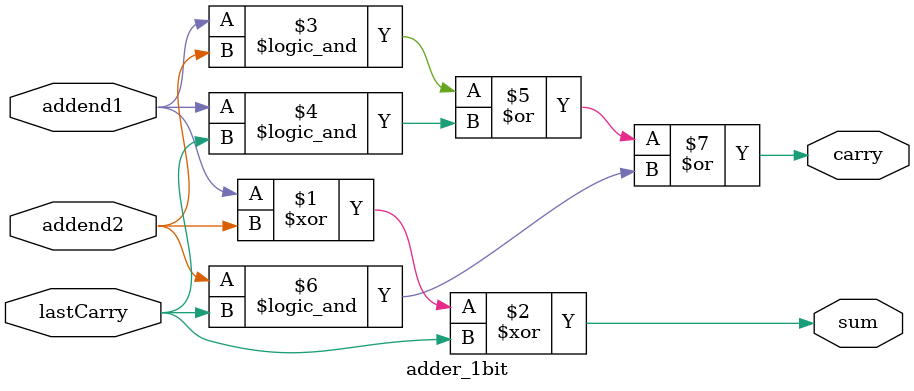
<source format=v>
`timescale 1ns / 1ps


module adder_1bit(addend1, addend2, lastCarry, sum, carry);
    input addend1, addend2, lastCarry;
    output sum, carry;
    assign sum = addend1 ^ addend2 ^ lastCarry;
    assign carry = (addend1 && addend2) | (addend1 && lastCarry) | (addend2 && lastCarry);
endmodule

</source>
